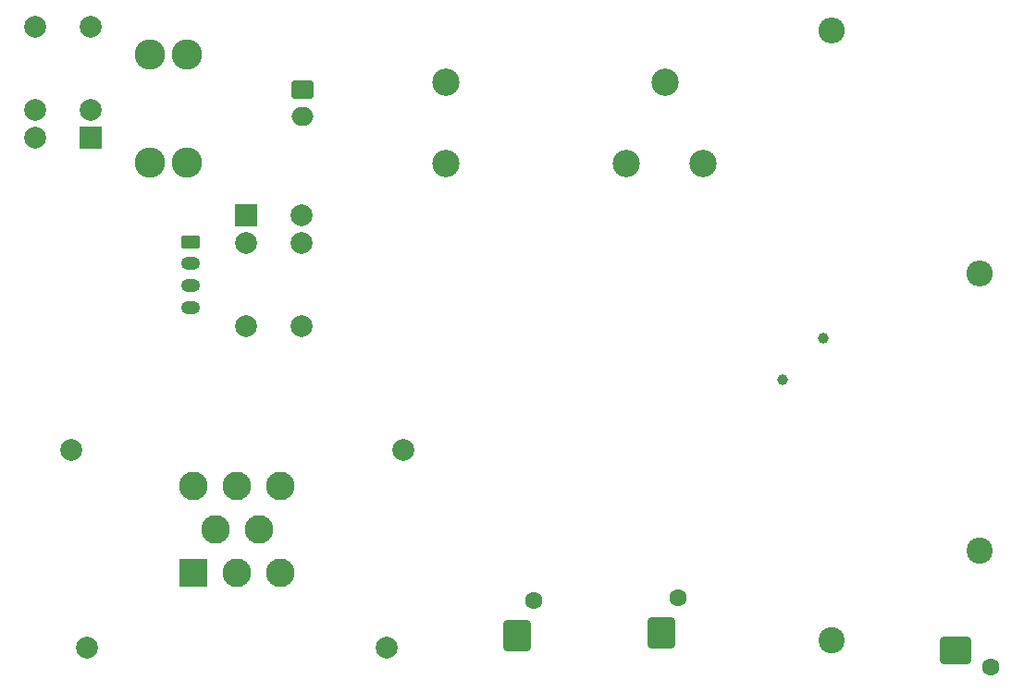
<source format=gbr>
%TF.GenerationSoftware,KiCad,Pcbnew,(6.0.1)*%
%TF.CreationDate,2022-11-29T11:44:30-05:00*%
%TF.ProjectId,pacman_side_2,7061636d-616e-45f7-9369-64655f322e6b,rev?*%
%TF.SameCoordinates,Original*%
%TF.FileFunction,Soldermask,Top*%
%TF.FilePolarity,Negative*%
%FSLAX46Y46*%
G04 Gerber Fmt 4.6, Leading zero omitted, Abs format (unit mm)*
G04 Created by KiCad (PCBNEW (6.0.1)) date 2022-11-29 11:44:30*
%MOMM*%
%LPD*%
G01*
G04 APERTURE LIST*
G04 Aperture macros list*
%AMRoundRect*
0 Rectangle with rounded corners*
0 $1 Rounding radius*
0 $2 $3 $4 $5 $6 $7 $8 $9 X,Y pos of 4 corners*
0 Add a 4 corners polygon primitive as box body*
4,1,4,$2,$3,$4,$5,$6,$7,$8,$9,$2,$3,0*
0 Add four circle primitives for the rounded corners*
1,1,$1+$1,$2,$3*
1,1,$1+$1,$4,$5*
1,1,$1+$1,$6,$7*
1,1,$1+$1,$8,$9*
0 Add four rect primitives between the rounded corners*
20,1,$1+$1,$2,$3,$4,$5,0*
20,1,$1+$1,$4,$5,$6,$7,0*
20,1,$1+$1,$6,$7,$8,$9,0*
20,1,$1+$1,$8,$9,$2,$3,0*%
G04 Aperture macros list end*
%ADD10RoundRect,0.250000X-0.625000X0.350000X-0.625000X-0.350000X0.625000X-0.350000X0.625000X0.350000X0*%
%ADD11O,1.750000X1.200000*%
%ADD12R,2.000000X2.000000*%
%ADD13C,2.000000*%
%ADD14C,2.500000*%
%ADD15C,2.780000*%
%ADD16C,1.600000*%
%ADD17RoundRect,0.250000X1.150000X-0.980000X1.150000X0.980000X-1.150000X0.980000X-1.150000X-0.980000X0*%
%ADD18RoundRect,0.250000X-0.750000X0.600000X-0.750000X-0.600000X0.750000X-0.600000X0.750000X0.600000X0*%
%ADD19O,2.000000X1.700000*%
%ADD20C,2.400000*%
%ADD21O,2.400000X2.400000*%
%ADD22RoundRect,0.250000X0.980000X1.150000X-0.980000X1.150000X-0.980000X-1.150000X0.980000X-1.150000X0*%
%ADD23R,2.625000X2.625000*%
%ADD24C,2.625000*%
%ADD25C,1.000000*%
G04 APERTURE END LIST*
D10*
%TO.C,J9*%
X107061000Y-84773000D03*
D11*
X107061000Y-86773000D03*
X107061000Y-88773000D03*
X107061000Y-90773000D03*
%TD*%
D12*
%TO.C,K3*%
X97972500Y-75268500D03*
D13*
X97972500Y-72728500D03*
X97972500Y-65108500D03*
X92892500Y-65108500D03*
X92892500Y-72728500D03*
X92892500Y-75268500D03*
%TD*%
D14*
%TO.C,K1*%
X147000000Y-77621000D03*
X130500000Y-70121000D03*
X150500000Y-70121000D03*
X130500000Y-77621000D03*
X154000000Y-77621000D03*
%TD*%
D15*
%TO.C,F3*%
X106765000Y-77521000D03*
X103365000Y-77521000D03*
X103365000Y-67601000D03*
X106765000Y-67601000D03*
%TD*%
D16*
%TO.C,J3*%
X180365000Y-123724800D03*
D17*
X177115000Y-122224800D03*
%TD*%
D18*
%TO.C,J6*%
X117340000Y-70811000D03*
D19*
X117340000Y-73311000D03*
%TD*%
D20*
%TO.C,R3*%
X165735000Y-121285000D03*
D21*
X165735000Y-65405000D03*
%TD*%
D16*
%TO.C,J4*%
X151711000Y-117405000D03*
D22*
X150211000Y-120655000D03*
%TD*%
D16*
%TO.C,J5*%
X138503000Y-117659000D03*
D22*
X137003000Y-120909000D03*
%TD*%
D12*
%TO.C,K2*%
X112157500Y-82353500D03*
D13*
X112157500Y-84893500D03*
X112157500Y-92513500D03*
X117237500Y-92513500D03*
X117237500Y-84893500D03*
X117237500Y-82353500D03*
%TD*%
%TO.C,J1*%
X97649000Y-121930000D03*
X125049000Y-121930000D03*
X126549000Y-103830000D03*
X96149000Y-103830000D03*
D23*
X107349000Y-115130000D03*
D24*
X111349000Y-115130000D03*
X115349000Y-115130000D03*
X109349000Y-111130000D03*
X113349000Y-111130000D03*
X107349000Y-107130000D03*
X111349000Y-107130000D03*
X115349000Y-107130000D03*
%TD*%
D25*
%TO.C,D1*%
X161275000Y-97394000D03*
X165055000Y-93614000D03*
%TD*%
D20*
%TO.C,R1*%
X179324000Y-113080800D03*
D21*
X179324000Y-87680800D03*
%TD*%
M02*

</source>
